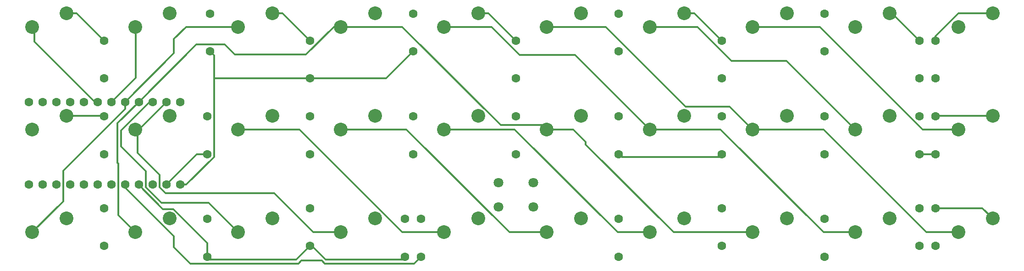
<source format=gbl>
G04 #@! TF.FileFunction,Copper,L2,Bot,Signal*
%FSLAX46Y46*%
G04 Gerber Fmt 4.6, Leading zero omitted, Abs format (unit mm)*
G04 Created by KiCad (PCBNEW 4.0.7) date *
%MOMM*%
%LPD*%
G01*
G04 APERTURE LIST*
%ADD10C,2.000000*%
%ADD11C,1.600000*%
%ADD12C,2.540000*%
%ADD13C,1.800000*%
%ADD14C,0.300000*%
G04 APERTURE END LIST*
D10*
D11*
X52750000Y-81000000D03*
X52750000Y-88000000D03*
X72250000Y-76000000D03*
X72250000Y-83000000D03*
X90750000Y-81000000D03*
X90750000Y-88000000D03*
X109750000Y-76000000D03*
X109750000Y-83000000D03*
X128750000Y-81000000D03*
X128750000Y-88000000D03*
X147750000Y-76000000D03*
X147750000Y-83000000D03*
X166750000Y-81000000D03*
X166750000Y-88000000D03*
X185750000Y-76000000D03*
X185750000Y-83000000D03*
X203250000Y-81000000D03*
X203250000Y-88000000D03*
X206250000Y-81000000D03*
X206250000Y-88000000D03*
X52750000Y-95000000D03*
X52750000Y-102000000D03*
X71750000Y-95000000D03*
X71750000Y-102000000D03*
X90750000Y-95000000D03*
X90750000Y-102000000D03*
X109750000Y-95000000D03*
X109750000Y-102000000D03*
X128750000Y-95000000D03*
X128750000Y-102000000D03*
X147750000Y-95000000D03*
X147750000Y-102000000D03*
X166750000Y-95000000D03*
X166750000Y-102000000D03*
X185750000Y-95000000D03*
X185750000Y-102000000D03*
X203250000Y-95000000D03*
X203250000Y-102000000D03*
X206250000Y-95000000D03*
X206250000Y-102000000D03*
X52750000Y-112000000D03*
X52750000Y-119000000D03*
X71750000Y-114000000D03*
X71750000Y-121000000D03*
X90750000Y-112000000D03*
X90750000Y-119000000D03*
X108250000Y-114000000D03*
X108250000Y-121000000D03*
X111250000Y-114000000D03*
X111250000Y-121000000D03*
X147750000Y-114000000D03*
X147750000Y-121000000D03*
X166750000Y-112000000D03*
X166750000Y-119000000D03*
X185750000Y-114000000D03*
X185750000Y-121000000D03*
X203250000Y-112000000D03*
X203250000Y-119000000D03*
X206250000Y-112000000D03*
X206250000Y-119000000D03*
D12*
X39440000Y-78460000D03*
X45790000Y-75920000D03*
X58440000Y-78460000D03*
X64790000Y-75920000D03*
X77440000Y-78460000D03*
X83790000Y-75920000D03*
X96440000Y-78460000D03*
X102790000Y-75920000D03*
X115440000Y-78460000D03*
X121790000Y-75920000D03*
X134440000Y-78460000D03*
X140790000Y-75920000D03*
X153440000Y-78460000D03*
X159790000Y-75920000D03*
X172440000Y-78460000D03*
X178790000Y-75920000D03*
X191440000Y-78460000D03*
X197790000Y-75920000D03*
X210440000Y-78460000D03*
X216790000Y-75920000D03*
X39440000Y-97460000D03*
X45790000Y-94920000D03*
X58440000Y-97460000D03*
X64790000Y-94920000D03*
X77440000Y-97460000D03*
X83790000Y-94920000D03*
X96440000Y-97460000D03*
X102790000Y-94920000D03*
X115440000Y-97460000D03*
X121790000Y-94920000D03*
X134440000Y-97460000D03*
X140790000Y-94920000D03*
X153440000Y-97460000D03*
X159790000Y-94920000D03*
X172440000Y-97460000D03*
X178790000Y-94920000D03*
X191440000Y-97460000D03*
X197790000Y-94920000D03*
X210440000Y-97460000D03*
X216790000Y-94920000D03*
X39440000Y-116460000D03*
X45790000Y-113920000D03*
X58440000Y-116460000D03*
X64790000Y-113920000D03*
X77440000Y-116460000D03*
X83790000Y-113920000D03*
X96440000Y-116460000D03*
X102790000Y-113920000D03*
X115440000Y-116460000D03*
X121790000Y-113920000D03*
X134440000Y-116460000D03*
X140790000Y-113920000D03*
X153440000Y-116460000D03*
X159790000Y-113920000D03*
X172440000Y-116460000D03*
X178790000Y-113920000D03*
X191440000Y-116460000D03*
X197790000Y-113920000D03*
X210440000Y-116460000D03*
X216790000Y-113920000D03*
D13*
X125500000Y-107250000D03*
X125500000Y-111750000D03*
X132000000Y-111750000D03*
X132000000Y-107250000D03*
D11*
X38800000Y-92380000D03*
X41340000Y-92380000D03*
X43880000Y-92380000D03*
X46420000Y-92380000D03*
X48960000Y-92380000D03*
X51500000Y-92380000D03*
X54040000Y-92380000D03*
X56580000Y-92380000D03*
X59120000Y-92380000D03*
X61660000Y-92380000D03*
X64200000Y-92380000D03*
X66740000Y-92380000D03*
X66740000Y-107620000D03*
X64200000Y-107620000D03*
X61660000Y-107620000D03*
X59120000Y-107620000D03*
X56580000Y-107620000D03*
X54040000Y-107620000D03*
X51500000Y-107620000D03*
X48960000Y-107620000D03*
X46420000Y-107620000D03*
X43880000Y-107620000D03*
X41340000Y-107620000D03*
X38800000Y-107620000D03*
D14*
X47670000Y-75920000D02*
X52750000Y-81000000D01*
X45790000Y-75920000D02*
X47670000Y-75920000D01*
X85670000Y-75920000D02*
X90750000Y-81000000D01*
X83790000Y-75920000D02*
X85670000Y-75920000D01*
X123670000Y-75920000D02*
X128750000Y-81000000D01*
X121790000Y-75920000D02*
X123670000Y-75920000D01*
X104750000Y-88000000D02*
X90750000Y-88000000D01*
X109750000Y-83000000D02*
X104750000Y-88000000D01*
X90750000Y-88000000D02*
X73000800Y-88000000D01*
X73000800Y-102522800D02*
X73000800Y-88000000D01*
X67903600Y-107620000D02*
X73000800Y-102522800D01*
X66740000Y-107620000D02*
X67903600Y-107620000D01*
X73000800Y-83750800D02*
X72250000Y-83000000D01*
X73000800Y-88000000D02*
X73000800Y-83750800D01*
X161670000Y-75920000D02*
X166750000Y-81000000D01*
X159790000Y-75920000D02*
X161670000Y-75920000D01*
X69820000Y-102000000D02*
X71750000Y-102000000D01*
X64200000Y-107620000D02*
X69820000Y-102000000D01*
X198170000Y-75920000D02*
X203250000Y-81000000D01*
X197790000Y-75920000D02*
X198170000Y-75920000D01*
X206250000Y-80151200D02*
X206250000Y-81000000D01*
X210481200Y-75920000D02*
X206250000Y-80151200D01*
X216790000Y-75920000D02*
X210481200Y-75920000D01*
X52670000Y-94920000D02*
X52750000Y-95000000D01*
X45790000Y-94920000D02*
X52670000Y-94920000D01*
X166214500Y-102535500D02*
X166750000Y-102000000D01*
X148285500Y-102535500D02*
X166214500Y-102535500D01*
X147750000Y-102000000D02*
X148285500Y-102535500D01*
X206250000Y-102000000D02*
X203250000Y-102000000D01*
X91101700Y-119000000D02*
X90750000Y-119000000D01*
X93622200Y-121520500D02*
X91101700Y-119000000D01*
X107729500Y-121520500D02*
X93622200Y-121520500D01*
X108250000Y-121000000D02*
X107729500Y-121520500D01*
X71750000Y-118446900D02*
X71750000Y-121000000D01*
X65463200Y-112160100D02*
X71750000Y-118446900D01*
X63579500Y-112160100D02*
X65463200Y-112160100D01*
X59120000Y-107700600D02*
X63579500Y-112160100D01*
X59120000Y-107620000D02*
X59120000Y-107700600D01*
X88229400Y-121520600D02*
X90750000Y-119000000D01*
X72270600Y-121520600D02*
X88229400Y-121520600D01*
X71750000Y-121000000D02*
X72270600Y-121520600D01*
X206330000Y-94920000D02*
X206250000Y-95000000D01*
X216790000Y-94920000D02*
X206330000Y-94920000D01*
X109974400Y-122275600D02*
X111250000Y-121000000D01*
X93471700Y-122275600D02*
X109974400Y-122275600D01*
X92892600Y-121696500D02*
X93471700Y-122275600D01*
X89154700Y-121696500D02*
X92892600Y-121696500D01*
X88600300Y-122250900D02*
X89154700Y-121696500D01*
X68661500Y-122250900D02*
X88600300Y-122250900D01*
X65616200Y-119205600D02*
X68661500Y-122250900D01*
X65616200Y-117210900D02*
X65616200Y-119205600D01*
X56580000Y-108174700D02*
X65616200Y-117210900D01*
X56580000Y-107620000D02*
X56580000Y-108174700D01*
X214870000Y-112000000D02*
X206250000Y-112000000D01*
X216790000Y-113920000D02*
X214870000Y-112000000D01*
X178732100Y-84752100D02*
X191440000Y-97460000D01*
X168537400Y-84752100D02*
X178732100Y-84752100D01*
X162245300Y-78460000D02*
X168537400Y-84752100D01*
X153440000Y-78460000D02*
X162245300Y-78460000D01*
X39883900Y-78903900D02*
X39440000Y-78460000D01*
X39883900Y-81239300D02*
X39883900Y-78903900D01*
X51024600Y-92380000D02*
X39883900Y-81239300D01*
X51500000Y-92380000D02*
X51024600Y-92380000D01*
X107763100Y-116460000D02*
X115440000Y-116460000D01*
X88763100Y-97460000D02*
X107763100Y-116460000D01*
X77440000Y-97460000D02*
X88763100Y-97460000D01*
X184862800Y-78460000D02*
X172440000Y-78460000D01*
X203862800Y-97460000D02*
X184862800Y-78460000D01*
X210440000Y-97460000D02*
X203862800Y-97460000D01*
X127534600Y-116460000D02*
X134440000Y-116460000D01*
X108534600Y-97460000D02*
X127534600Y-116460000D01*
X96440000Y-97460000D02*
X108534600Y-97460000D01*
X58550900Y-78570900D02*
X58440000Y-78460000D01*
X58550900Y-87869100D02*
X58550900Y-78570900D01*
X54040000Y-92380000D02*
X58550900Y-87869100D01*
X128528300Y-97460000D02*
X115440000Y-97460000D01*
X147528300Y-116460000D02*
X128528300Y-97460000D01*
X153440000Y-116460000D02*
X147528300Y-116460000D01*
X45150000Y-110750000D02*
X39440000Y-116460000D01*
X45150000Y-105092100D02*
X45150000Y-110750000D01*
X56580000Y-93662100D02*
X45150000Y-105092100D01*
X56580000Y-92380000D02*
X56580000Y-93662100D01*
X67889100Y-78460000D02*
X77440000Y-78460000D01*
X65616200Y-80732900D02*
X67889100Y-78460000D01*
X65616200Y-83343800D02*
X65616200Y-80732900D01*
X56580000Y-92380000D02*
X65616200Y-83343800D01*
X69774200Y-81725800D02*
X59120000Y-92380000D01*
X74970700Y-81725800D02*
X69774200Y-81725800D01*
X76809500Y-83564600D02*
X74970700Y-81725800D01*
X89993800Y-83564600D02*
X76809500Y-83564600D01*
X95098400Y-78460000D02*
X89993800Y-83564600D01*
X96440000Y-78460000D02*
X95098400Y-78460000D01*
X55310000Y-113330000D02*
X58440000Y-116460000D01*
X55310000Y-103711100D02*
X55310000Y-113330000D01*
X55205600Y-103606700D02*
X55310000Y-103711100D01*
X55205600Y-96294400D02*
X55205600Y-103606700D01*
X59120000Y-92380000D02*
X55205600Y-96294400D01*
X133620400Y-96640400D02*
X134440000Y-97460000D01*
X125952400Y-96640400D02*
X133620400Y-96640400D01*
X107772000Y-78460000D02*
X125952400Y-96640400D01*
X96440000Y-78460000D02*
X107772000Y-78460000D01*
X157845400Y-116460000D02*
X172440000Y-116460000D01*
X141616200Y-100230800D02*
X157845400Y-116460000D01*
X141616200Y-99775700D02*
X141616200Y-100230800D01*
X139300500Y-97460000D02*
X141616200Y-99775700D01*
X134440000Y-97460000D02*
X139300500Y-97460000D01*
X166528300Y-97460000D02*
X153440000Y-97460000D01*
X185528300Y-116460000D02*
X166528300Y-97460000D01*
X191440000Y-116460000D02*
X185528300Y-116460000D01*
X124245300Y-78460000D02*
X115440000Y-78460000D01*
X129460700Y-83675400D02*
X124245300Y-78460000D01*
X139655400Y-83675400D02*
X129460700Y-83675400D01*
X153440000Y-97460000D02*
X139655400Y-83675400D01*
X61087000Y-92380000D02*
X61660000Y-92380000D01*
X55813100Y-97653900D02*
X61087000Y-92380000D01*
X55813100Y-100555200D02*
X55813100Y-97653900D01*
X60390000Y-105132100D02*
X55813100Y-100555200D01*
X60390000Y-108121500D02*
X60390000Y-105132100D01*
X63286200Y-111017700D02*
X60390000Y-108121500D01*
X71997700Y-111017700D02*
X63286200Y-111017700D01*
X77440000Y-116460000D02*
X71997700Y-111017700D01*
X185528300Y-97460000D02*
X172440000Y-97460000D01*
X204528300Y-116460000D02*
X185528300Y-97460000D01*
X210440000Y-116460000D02*
X204528300Y-116460000D01*
X145311700Y-78460000D02*
X134440000Y-78460000D01*
X160051300Y-93199600D02*
X145311700Y-78460000D01*
X168179600Y-93199600D02*
X160051300Y-93199600D01*
X172440000Y-97460000D02*
X168179600Y-93199600D01*
X58883900Y-97903900D02*
X58440000Y-97460000D01*
X58883900Y-101787900D02*
X58883900Y-97903900D01*
X62930000Y-105834000D02*
X58883900Y-101787900D01*
X62930000Y-108163700D02*
X62930000Y-105834000D01*
X64031900Y-109265600D02*
X62930000Y-108163700D01*
X84168400Y-109265600D02*
X64031900Y-109265600D01*
X91362800Y-116460000D02*
X84168400Y-109265600D01*
X96440000Y-116460000D02*
X91362800Y-116460000D01*
X59120000Y-97460000D02*
X58440000Y-97460000D01*
X64200000Y-92380000D02*
X59120000Y-97460000D01*
M02*

</source>
